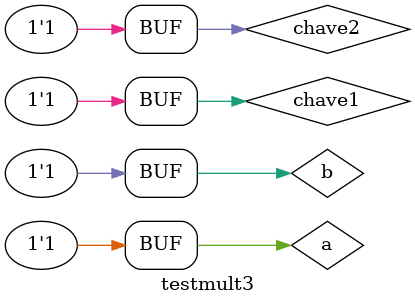
<source format=v>
module mult3 (s,a,b,chave1,chave2);
	
	output s;
	wire temp1;
	wire temp2;
	wire temp3;
	wire temp4;
	wire temp5;
	wire temp6;
	wire temp7;
	wire temp8;
	wire temp9;
	wire temp10;
	wire temp11;
	wire temp12;
	
	input a;
	input b;	 
	input chave1;
	input chave2;
	
	assign temp1 = (~(a^b));
	assign temp2 = a^b;
	assign temp3 = (~(a|b));
	assign temp4 = a|b;
	assign temp5 = temp1 & chave1;
	assign temp6 = temp3 & ~chave1;
	assign temp7 = temp2 & chave1;
	assign temp8 = temp4 & ~chave1;
	assign temp9 = temp5 | temp6;
	assign temp10 = temp7 | temp8;
	assign temp11 = temp9 & chave2;
	assign temp12 = temp10 | ~chave2;
	assign s = temp11 | temp12;
endmodule
	
// -------------------------
// test module multiplexador
// -------------------------

module testmult3;
	reg a;
	reg b;
	reg chave1;
	reg chave2;
	
	wire s;
	
	mult3 banana (s,a,b,chave1,chave2);
	
	initial begin: main
		$display ("Exemplo 0034 - Débora  Deslandes de Almeida Batista");
		$display ("Matricula : 451549");
		$display ("Test LU's module ");
		$display ("\n  a	  b	chave1	 chave2	  s");
		a = 0; b = 0; chave1 = 0; chave2 = 0;
		//testes
		$monitor("%3b\t%3b\t%3b\t%3b\t%3b",a,b,chave1,chave2,s);
			//#1 a = 0; b = 0; chave1 = 0; chave2 = 0;
			#1 a = 0; b = 1; chave1 = 0; chave2 = 0;
			#1 a = 1; b = 0; chave1 = 0; chave2 = 0;
			#1 a = 1; b = 1; chave1 = 0; chave2 = 0;
			#1 a = 0; b = 0; chave1 = 1; chave2 = 0;
			#1 a = 0; b = 1; chave1 = 1; chave2 = 0;
			#1 a = 1; b = 0; chave1 = 1; chave2 = 0;
			#1 a = 1; b = 1; chave1 = 1; chave2 = 0;
			#1 a = 0; b = 0; chave1 = 0; chave2 = 1;
			#1 a = 0; b = 1; chave1 = 0; chave2 = 1;
			#1 a = 1; b = 0; chave1 = 0; chave2 = 1;
			#1 a = 1; b = 1; chave1 = 0; chave2 = 1;
			#1 a = 0; b = 0; chave1 = 1; chave2 = 1;
			#1 a = 0; b = 1; chave1 = 1; chave2 = 1;
			#1 a = 1; b = 0; chave1 = 1; chave2 = 1;
			#1 a = 1; b = 1; chave1 = 1; chave2 = 1; 
	end
endmodule
		
</source>
